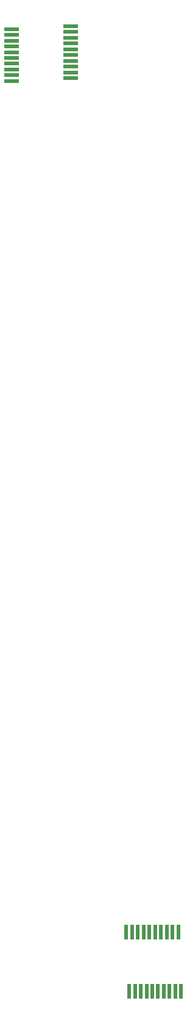
<source format=gtp>
G04 Layer_Color=8421504*
%FSAX25Y25*%
%MOIN*%
G70*
G01*
G75*
%ADD12R,0.01968X0.07874*%
%ADD13R,0.07874X0.01968*%
D12*
X0870817Y0365374D02*
D03*
X0873967D02*
D03*
X0867667Y0365374D02*
D03*
X0877116D02*
D03*
X0880266D02*
D03*
X0883415D02*
D03*
X0886565D02*
D03*
X0889715D02*
D03*
X0892864D02*
D03*
X0896014D02*
D03*
X0897589Y0333090D02*
D03*
X0894439D02*
D03*
X0891289D02*
D03*
X0888140D02*
D03*
X0884990D02*
D03*
X0881841D02*
D03*
X0878691D02*
D03*
X0875541Y0333090D02*
D03*
X0872392D02*
D03*
X0869242Y0333090D02*
D03*
D13*
X0804891Y0833722D02*
D03*
Y0836872D02*
D03*
X0837175Y0860494D02*
D03*
X0837175Y0857344D02*
D03*
Y0854194D02*
D03*
X0837175Y0851045D02*
D03*
Y0847895D02*
D03*
Y0844746D02*
D03*
Y0841596D02*
D03*
Y0838447D02*
D03*
Y0835297D02*
D03*
Y0832147D02*
D03*
X0804891Y0830573D02*
D03*
Y0840021D02*
D03*
Y0843171D02*
D03*
Y0846320D02*
D03*
Y0849470D02*
D03*
X0804891Y0852620D02*
D03*
Y0855769D02*
D03*
X0804891Y0858919D02*
D03*
M02*

</source>
